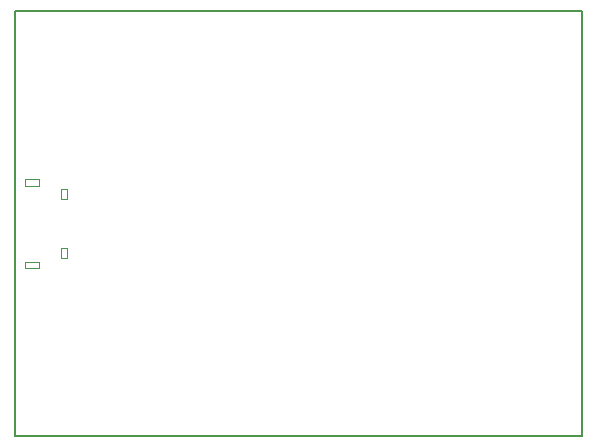
<source format=gbr>
G04 #@! TF.FileFunction,Profile,NP*
%FSLAX46Y46*%
G04 Gerber Fmt 4.6, Leading zero omitted, Abs format (unit mm)*
G04 Created by KiCad (PCBNEW 4.0.6) date 03/10/17 18:33:18*
%MOMM*%
%LPD*%
G01*
G04 APERTURE LIST*
%ADD10C,0.150000*%
%ADD11C,0.050000*%
G04 APERTURE END LIST*
D10*
D11*
X138625000Y-82475000D02*
X138625000Y-83025000D01*
X139775000Y-82475000D02*
X138625000Y-82475000D01*
X139775000Y-83025000D02*
X139775000Y-82475000D01*
X138625000Y-83025000D02*
X139775000Y-83025000D01*
X139775000Y-75475000D02*
X138625000Y-75475000D01*
X139775000Y-76025000D02*
X139775000Y-75475000D01*
X138625000Y-76025000D02*
X139775000Y-76025000D01*
X138625000Y-75475000D02*
X138625000Y-76025000D01*
X141625000Y-81325000D02*
X141625000Y-82175000D01*
X142175000Y-81325000D02*
X141625000Y-81325000D01*
X142175000Y-82175000D02*
X142175000Y-81325000D01*
X141625000Y-82175000D02*
X142175000Y-82175000D01*
X141625000Y-76325000D02*
X141625000Y-77175000D01*
X142175000Y-76325000D02*
X141625000Y-76325000D01*
X142175000Y-77175000D02*
X142175000Y-76325000D01*
X141625000Y-77175000D02*
X142175000Y-77175000D01*
D10*
X137750000Y-97250000D02*
X137750000Y-79250000D01*
X185750000Y-97250000D02*
X137750000Y-97250000D01*
X185750000Y-61250000D02*
X185750000Y-97250000D01*
X137750000Y-61250000D02*
X185750000Y-61250000D01*
X137750000Y-79250000D02*
X137750000Y-61250000D01*
M02*

</source>
